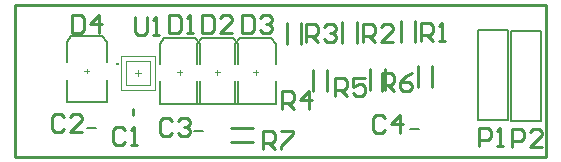
<source format=gto>
G04 Layer_Color=65535*
%FSLAX44Y44*%
%MOMM*%
G71*
G01*
G75*
%ADD16C,0.2000*%
%ADD18C,0.1000*%
%ADD19C,0.2540*%
%ADD20C,0.0500*%
%ADD25C,0.2500*%
%ADD26C,0.1524*%
D16*
X440050Y50150D02*
X465450D01*
X440050D02*
Y126350D01*
X465450D01*
Y50150D02*
Y126350D01*
X412050Y50400D02*
X437450D01*
X412050D02*
Y126600D01*
X437450D01*
Y50400D02*
Y126600D01*
X64000Y99751D02*
Y116751D01*
X94000Y121751D02*
X98000Y116751D01*
X64000D02*
X68000Y121751D01*
X98000Y99751D02*
Y116751D01*
X68000Y121751D02*
X94000D01*
X64000Y65751D02*
X98000D01*
X64000D02*
Y84751D01*
X98000Y65751D02*
Y84751D01*
X142750Y98500D02*
Y115500D01*
X172750Y120500D02*
X176750Y115500D01*
X142750D02*
X146750Y120500D01*
X176750Y98500D02*
Y115500D01*
X146750Y120500D02*
X172750D01*
X142750Y64500D02*
X176750D01*
X142750D02*
Y83500D01*
X176750Y64500D02*
Y83500D01*
X174750Y98500D02*
Y115500D01*
X204749Y120500D02*
X208749Y115500D01*
X174750D02*
X178750Y120500D01*
X208749Y98500D02*
Y115500D01*
X178750Y120500D02*
X204749D01*
X174750Y64500D02*
X208749D01*
X174750D02*
Y83500D01*
X208749Y64500D02*
Y83500D01*
X207000Y98500D02*
Y115500D01*
X237000Y120500D02*
X241000Y115500D01*
X207000D02*
X211000Y120500D01*
X241000Y98500D02*
Y115500D01*
X211000Y120500D02*
X237000D01*
X207000Y64500D02*
X241000D01*
X207000D02*
Y83500D01*
X241000Y64500D02*
Y83500D01*
D18*
X81000Y90251D02*
Y94251D01*
X79000Y92251D02*
X83000D01*
X159750Y89000D02*
Y93000D01*
X157750Y91000D02*
X161750D01*
X191750Y89000D02*
Y93000D01*
X189750Y91000D02*
X193750D01*
X224000Y89000D02*
Y93000D01*
X222000Y91000D02*
X226000D01*
X134750Y80751D02*
Y100751D01*
X114750Y80751D02*
X134750D01*
X114750D02*
Y100751D01*
X134750D01*
X122250Y90751D02*
X127250D01*
X124750Y88250D02*
Y93251D01*
D19*
X297500Y116000D02*
Y134000D01*
X309499Y116000D02*
Y134000D01*
X250500Y114750D02*
Y132751D01*
X262500Y114750D02*
Y132751D01*
X272500Y75250D02*
Y93250D01*
X284500Y75250D02*
Y93250D01*
X321250Y75750D02*
Y93750D01*
X333250Y75750D02*
Y93750D01*
X361250Y78500D02*
Y96500D01*
X373250Y78500D02*
Y96500D01*
X203500Y32250D02*
X221500D01*
X203500Y44250D02*
X221500D01*
X120248Y54960D02*
Y60040D01*
X347249Y116751D02*
Y134751D01*
X359249Y116751D02*
Y134751D01*
X441250Y27500D02*
Y42735D01*
X448867D01*
X451407Y40196D01*
Y35117D01*
X448867Y32578D01*
X441250D01*
X466642Y27500D02*
X456485D01*
X466642Y37657D01*
Y40196D01*
X464103Y42735D01*
X459024D01*
X456485Y40196D01*
X413250Y28500D02*
Y43735D01*
X420868D01*
X423407Y41196D01*
Y36117D01*
X420868Y33578D01*
X413250D01*
X428485Y28500D02*
X433564D01*
X431025D01*
Y43735D01*
X428485Y41196D01*
X314750Y116500D02*
Y131735D01*
X322368D01*
X324907Y129196D01*
Y124117D01*
X322368Y121578D01*
X314750D01*
X319828D02*
X324907Y116500D01*
X340142D02*
X329985D01*
X340142Y126657D01*
Y129196D01*
X337603Y131735D01*
X332524D01*
X329985Y129196D01*
X266500Y116500D02*
Y131735D01*
X274118D01*
X276657Y129196D01*
Y124117D01*
X274118Y121578D01*
X266500D01*
X271578D02*
X276657Y116500D01*
X281735Y129196D02*
X284274Y131735D01*
X289353D01*
X291892Y129196D01*
Y126657D01*
X289353Y124117D01*
X286813D01*
X289353D01*
X291892Y121578D01*
Y119039D01*
X289353Y116500D01*
X284274D01*
X281735Y119039D01*
X68750Y139485D02*
Y124250D01*
X76368D01*
X78907Y126789D01*
Y136946D01*
X76368Y139485D01*
X68750D01*
X91603Y124250D02*
Y139485D01*
X83985Y131868D01*
X94142D01*
X151000Y139485D02*
Y124250D01*
X158617D01*
X161157Y126789D01*
Y136946D01*
X158617Y139485D01*
X151000D01*
X166235Y124250D02*
X171313D01*
X168774D01*
Y139485D01*
X166235Y136946D01*
X179000Y139985D02*
Y124750D01*
X186618D01*
X189157Y127289D01*
Y137446D01*
X186618Y139985D01*
X179000D01*
X204392Y124750D02*
X194235D01*
X204392Y134907D01*
Y137446D01*
X201853Y139985D01*
X196774D01*
X194235Y137446D01*
X212750Y139485D02*
Y124250D01*
X220368D01*
X222907Y126789D01*
Y136946D01*
X220368Y139485D01*
X212750D01*
X227985Y136946D02*
X230524Y139485D01*
X235603D01*
X238142Y136946D01*
Y134407D01*
X235603Y131868D01*
X233063D01*
X235603D01*
X238142Y129328D01*
Y126789D01*
X235603Y124250D01*
X230524D01*
X227985Y126789D01*
X113907Y42696D02*
X111367Y45235D01*
X106289D01*
X103750Y42696D01*
Y32539D01*
X106289Y30000D01*
X111367D01*
X113907Y32539D01*
X118985Y30000D02*
X124063D01*
X121524D01*
Y45235D01*
X118985Y42696D01*
X61907Y53446D02*
X59367Y55985D01*
X54289D01*
X51750Y53446D01*
Y43289D01*
X54289Y40750D01*
X59367D01*
X61907Y43289D01*
X77142Y40750D02*
X66985D01*
X77142Y50907D01*
Y53446D01*
X74602Y55985D01*
X69524D01*
X66985Y53446D01*
X152907Y49696D02*
X150367Y52235D01*
X145289D01*
X142750Y49696D01*
Y39539D01*
X145289Y37000D01*
X150367D01*
X152907Y39539D01*
X157985Y49696D02*
X160524Y52235D01*
X165603D01*
X168142Y49696D01*
Y47157D01*
X165603Y44618D01*
X163063D01*
X165603D01*
X168142Y42078D01*
Y39539D01*
X165603Y37000D01*
X160524D01*
X157985Y39539D01*
X333657Y52446D02*
X331118Y54985D01*
X326039D01*
X323500Y52446D01*
Y42289D01*
X326039Y39750D01*
X331118D01*
X333657Y42289D01*
X346353Y39750D02*
Y54985D01*
X338735Y47368D01*
X348892D01*
X364500Y117500D02*
Y132735D01*
X372118D01*
X374657Y130196D01*
Y125118D01*
X372118Y122578D01*
X364500D01*
X369578D02*
X374657Y117500D01*
X379735D02*
X384813D01*
X382274D01*
Y132735D01*
X379735Y130196D01*
X246250Y60000D02*
Y75235D01*
X253867D01*
X256407Y72696D01*
Y67618D01*
X253867Y65078D01*
X246250D01*
X251328D02*
X256407Y60000D01*
X269103D02*
Y75235D01*
X261485Y67618D01*
X271642D01*
X291250Y70750D02*
Y85985D01*
X298867D01*
X301407Y83446D01*
Y78368D01*
X298867Y75828D01*
X291250D01*
X296328D02*
X301407Y70750D01*
X316642Y85985D02*
X306485D01*
Y78368D01*
X311563Y80907D01*
X314103D01*
X316642Y78368D01*
Y73289D01*
X314103Y70750D01*
X309024D01*
X306485Y73289D01*
X331000Y75000D02*
Y90235D01*
X338618D01*
X341157Y87696D01*
Y82618D01*
X338618Y80078D01*
X331000D01*
X336078D02*
X341157Y75000D01*
X356392Y90235D02*
X351314Y87696D01*
X346235Y82618D01*
Y77539D01*
X348774Y75000D01*
X353853D01*
X356392Y77539D01*
Y80078D01*
X353853Y82618D01*
X346235D01*
X230250Y26250D02*
Y41485D01*
X237868D01*
X240407Y38946D01*
Y33867D01*
X237868Y31328D01*
X230250D01*
X235328D02*
X240407Y26250D01*
X245485Y41485D02*
X255642D01*
Y38946D01*
X245485Y28789D01*
Y26250D01*
X121750Y137735D02*
Y125039D01*
X124289Y122500D01*
X129368D01*
X131907Y125039D01*
Y137735D01*
X136985Y122500D02*
X142063D01*
X139524D01*
Y137735D01*
X136985Y135196D01*
X20250Y148000D02*
X470250D01*
Y20000D02*
Y148000D01*
X470000Y19750D02*
X470250Y20000D01*
X20500Y19750D02*
X470000D01*
X20250Y20000D02*
X20500Y19750D01*
X20250Y20000D02*
Y148000D01*
D20*
X139000Y76500D02*
Y105001D01*
X110500Y76500D02*
X139000D01*
X110500D02*
Y105001D01*
X139000D01*
D25*
X107255Y98250D02*
G03*
X107255Y98250I-625J0D01*
G01*
D26*
X80999Y44002D02*
X88999D01*
X171500Y41751D02*
X179499D01*
X354501Y42749D02*
X362500D01*
M02*

</source>
